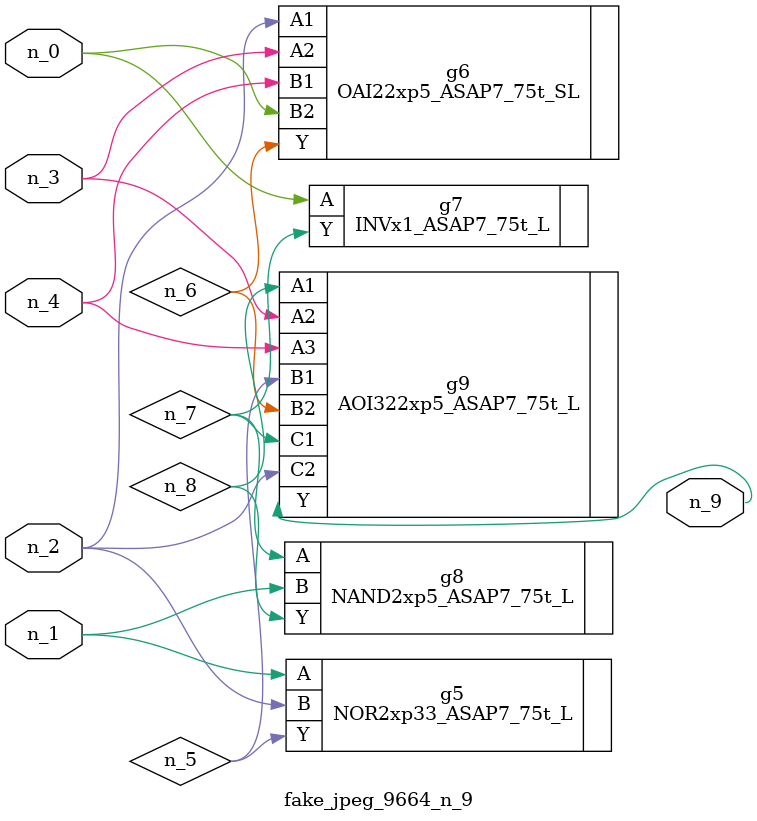
<source format=v>
module fake_jpeg_9664_n_9 (n_3, n_2, n_1, n_0, n_4, n_9);

input n_3;
input n_2;
input n_1;
input n_0;
input n_4;

output n_9;

wire n_8;
wire n_6;
wire n_5;
wire n_7;

NOR2xp33_ASAP7_75t_L g5 ( 
.A(n_1),
.B(n_2),
.Y(n_5)
);

OAI22xp5_ASAP7_75t_SL g6 ( 
.A1(n_2),
.A2(n_3),
.B1(n_4),
.B2(n_0),
.Y(n_6)
);

INVx1_ASAP7_75t_L g7 ( 
.A(n_0),
.Y(n_7)
);

NAND2xp5_ASAP7_75t_L g8 ( 
.A(n_7),
.B(n_1),
.Y(n_8)
);

AOI322xp5_ASAP7_75t_L g9 ( 
.A1(n_8),
.A2(n_3),
.A3(n_4),
.B1(n_5),
.B2(n_6),
.C1(n_7),
.C2(n_2),
.Y(n_9)
);


endmodule
</source>
